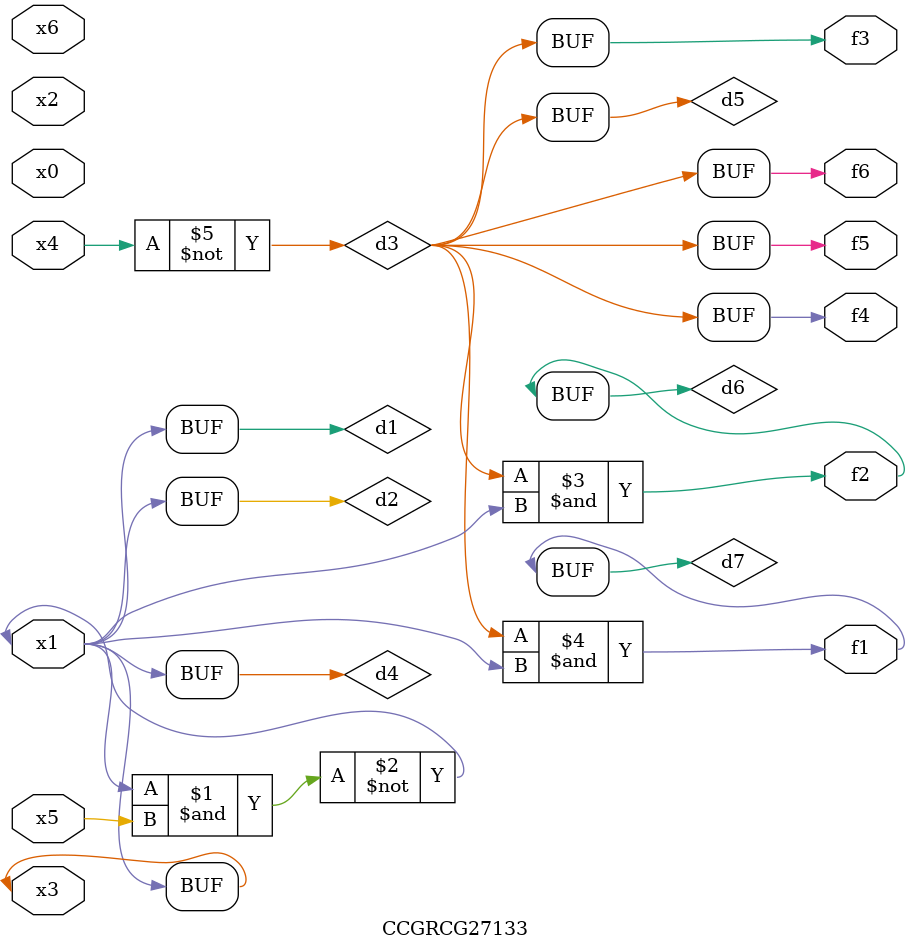
<source format=v>
module CCGRCG27133(
	input x0, x1, x2, x3, x4, x5, x6,
	output f1, f2, f3, f4, f5, f6
);

	wire d1, d2, d3, d4, d5, d6, d7;

	buf (d1, x1, x3);
	nand (d2, x1, x5);
	not (d3, x4);
	buf (d4, d1, d2);
	buf (d5, d3);
	and (d6, d3, d4);
	and (d7, d3, d4);
	assign f1 = d7;
	assign f2 = d6;
	assign f3 = d5;
	assign f4 = d5;
	assign f5 = d5;
	assign f6 = d5;
endmodule

</source>
